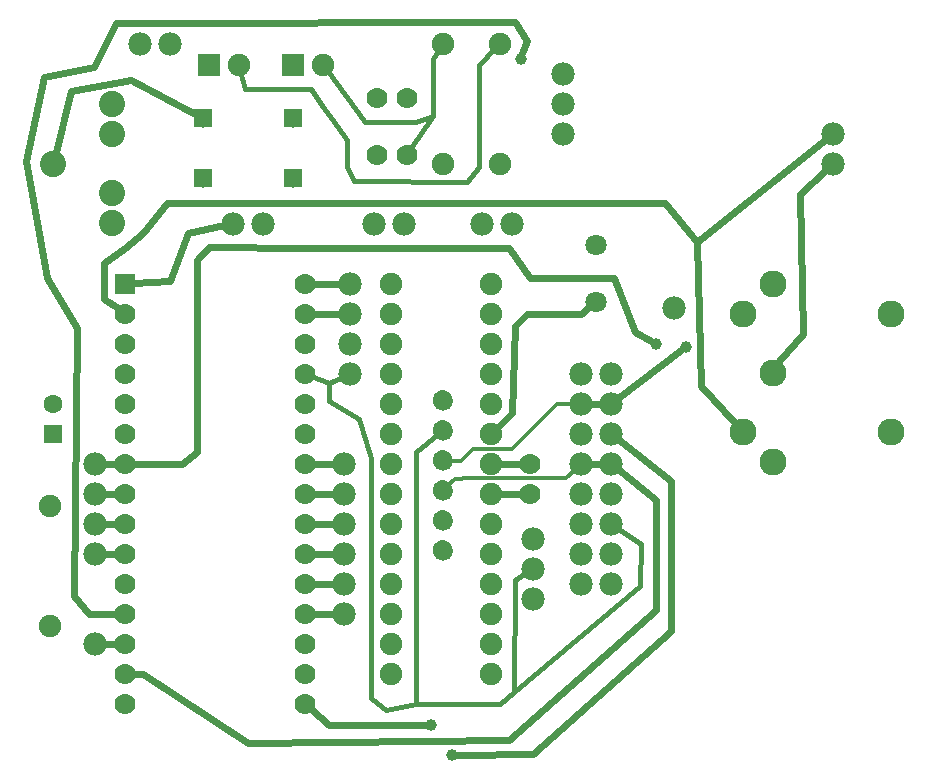
<source format=gtl>
G04 MADE WITH FRITZING*
G04 WWW.FRITZING.ORG*
G04 DOUBLE SIDED*
G04 HOLES PLATED*
G04 CONTOUR ON CENTER OF CONTOUR VECTOR*
%ASAXBY*%
%FSLAX23Y23*%
%MOIN*%
%OFA0B0*%
%SFA1.0B1.0*%
%ADD10C,0.065972*%
%ADD11C,0.075000*%
%ADD12C,0.039370*%
%ADD13C,0.078000*%
%ADD14C,0.070000*%
%ADD15C,0.062992*%
%ADD16C,0.090000*%
%ADD17C,0.059370*%
%ADD18C,0.087695*%
%ADD19C,0.087722*%
%ADD20C,0.070925*%
%ADD21C,0.070866*%
%ADD22R,0.062992X0.062992*%
%ADD23R,0.075000X0.075000*%
%ADD24R,0.069972X0.070000*%
%ADD25C,0.024000*%
%ADD26C,0.012000*%
%ADD27C,0.016000*%
%ADD28R,0.001000X0.001000*%
%LNCOPPER1*%
G90*
G70*
G54D10*
X1484Y792D03*
X1484Y892D03*
X1484Y992D03*
X1484Y1092D03*
X1484Y1192D03*
X1484Y1292D03*
X1484Y792D03*
X1484Y892D03*
X1484Y992D03*
X1484Y1092D03*
X1484Y1192D03*
X1484Y1292D03*
G54D11*
X1644Y382D03*
X1644Y482D03*
X1644Y582D03*
X1644Y682D03*
X1644Y782D03*
X1644Y882D03*
X1644Y982D03*
X1644Y1082D03*
X1644Y1182D03*
X1644Y1282D03*
X1644Y1382D03*
X1644Y1482D03*
X1644Y1582D03*
X1312Y1682D03*
X1312Y1582D03*
X1312Y1482D03*
X1312Y1382D03*
X1312Y1282D03*
X1312Y1182D03*
X1312Y1082D03*
X1312Y982D03*
X1312Y882D03*
X1312Y782D03*
X1312Y682D03*
X1312Y582D03*
X1312Y482D03*
X1312Y382D03*
X1644Y1682D03*
X1644Y382D03*
X1644Y482D03*
X1644Y582D03*
X1644Y682D03*
X1644Y782D03*
X1644Y882D03*
X1644Y982D03*
X1644Y1082D03*
X1644Y1182D03*
X1644Y1282D03*
X1644Y1382D03*
X1644Y1482D03*
X1644Y1582D03*
X1312Y1682D03*
X1312Y1582D03*
X1312Y1482D03*
X1312Y1382D03*
X1312Y1282D03*
X1312Y1182D03*
X1312Y1082D03*
X1312Y982D03*
X1312Y882D03*
X1312Y782D03*
X1312Y682D03*
X1312Y582D03*
X1312Y482D03*
X1312Y382D03*
X1644Y1682D03*
G54D12*
X2194Y1482D03*
X1514Y112D03*
X1444Y212D03*
X1744Y2432D03*
X2294Y1472D03*
G54D13*
X1714Y1882D03*
X1614Y1882D03*
X1354Y1882D03*
X1254Y1882D03*
X884Y1882D03*
X784Y1882D03*
X1154Y1082D03*
X1154Y982D03*
X1154Y882D03*
X1154Y782D03*
X1154Y682D03*
X1154Y582D03*
X324Y1082D03*
X324Y982D03*
X324Y882D03*
X324Y782D03*
X1174Y1682D03*
X1174Y1582D03*
X1174Y1482D03*
X1174Y1382D03*
G54D14*
X1774Y1082D03*
X1774Y982D03*
G54D15*
X184Y1182D03*
X184Y1280D03*
G54D11*
X174Y942D03*
X174Y542D03*
G54D13*
X1884Y2382D03*
X1884Y2282D03*
X1884Y2182D03*
X2254Y1602D03*
X1784Y632D03*
X1784Y732D03*
X1784Y832D03*
X324Y482D03*
X475Y2482D03*
X575Y2482D03*
X2784Y2082D03*
X2784Y2182D03*
X1944Y1382D03*
X1944Y1282D03*
X1944Y1182D03*
X1944Y1082D03*
X1944Y982D03*
X1944Y882D03*
X1944Y782D03*
X1944Y682D03*
X2044Y682D03*
X2044Y782D03*
X2044Y882D03*
X2044Y982D03*
X2044Y1082D03*
X2044Y1182D03*
X2044Y1282D03*
X2044Y1382D03*
G54D16*
X2584Y1385D03*
X2584Y1679D03*
X2584Y1088D03*
X2485Y1188D03*
X2484Y1582D03*
X2977Y1188D03*
X2977Y1582D03*
X2584Y1385D03*
X2584Y1679D03*
X2584Y1088D03*
X2485Y1188D03*
X2484Y1582D03*
X2977Y1188D03*
X2977Y1582D03*
G54D14*
X1264Y2112D03*
X1364Y2112D03*
X1264Y2302D03*
X1364Y2302D03*
G54D17*
X684Y2232D03*
X984Y2232D03*
X684Y2032D03*
X984Y2032D03*
X684Y2232D03*
X984Y2232D03*
X684Y2032D03*
X984Y2032D03*
G54D18*
X184Y2082D03*
G54D19*
X381Y2279D03*
X381Y2180D03*
G54D18*
X381Y1984D03*
G54D19*
X381Y1885D03*
G54D11*
X1484Y2482D03*
X1484Y2082D03*
X1674Y2482D03*
X1674Y2082D03*
X984Y2412D03*
X1084Y2412D03*
X704Y2412D03*
X804Y2412D03*
G54D14*
X424Y1682D03*
X424Y1582D03*
X424Y1482D03*
X424Y1382D03*
X424Y1282D03*
X424Y1182D03*
X424Y1082D03*
X424Y982D03*
X424Y882D03*
X424Y782D03*
X424Y682D03*
X424Y582D03*
X424Y482D03*
X424Y382D03*
X424Y282D03*
X1024Y1682D03*
X1024Y1582D03*
X1024Y1482D03*
X1024Y1382D03*
X1024Y1282D03*
X1024Y1182D03*
X1024Y1082D03*
X1024Y982D03*
X1024Y882D03*
X1024Y782D03*
X1024Y682D03*
X1024Y582D03*
X1024Y482D03*
X1024Y382D03*
X1024Y282D03*
G54D20*
X1994Y1812D03*
G54D21*
X1994Y1619D03*
G54D22*
X184Y1182D03*
G54D23*
X984Y2412D03*
X704Y2412D03*
G54D24*
X424Y1682D03*
G54D25*
X1054Y882D02*
X1124Y882D01*
D02*
X1054Y982D02*
X1124Y982D01*
D02*
X1054Y1082D02*
X1124Y1082D01*
D02*
X395Y1082D02*
X355Y1082D01*
D02*
X1054Y582D02*
X1124Y582D01*
D02*
X1054Y682D02*
X1124Y682D01*
D02*
X1054Y782D02*
X1124Y782D01*
D02*
X395Y482D02*
X355Y482D01*
D02*
X424Y1802D02*
X485Y1852D01*
D02*
X355Y1752D02*
X424Y1802D01*
D02*
X355Y1632D02*
X355Y1752D01*
D02*
X401Y1599D02*
X355Y1632D01*
D02*
X395Y782D02*
X355Y782D01*
D02*
X395Y882D02*
X355Y882D01*
D02*
X395Y982D02*
X355Y982D01*
G54D26*
D02*
X1585Y1132D02*
X1544Y1092D01*
D02*
X1865Y1282D02*
X1714Y1132D01*
D02*
X1544Y1092D02*
X1506Y1092D01*
D02*
X1714Y1132D02*
X1585Y1132D01*
G54D25*
D02*
X2014Y1082D02*
X1975Y1082D01*
G54D26*
D02*
X1927Y1065D02*
X1895Y1033D01*
D02*
X1920Y1282D02*
X1865Y1282D01*
D02*
X1895Y1033D02*
X1825Y1033D01*
D02*
X1825Y1033D02*
X1575Y1033D01*
D02*
X1524Y1032D02*
X1499Y1007D01*
D02*
X1575Y1033D02*
X1524Y1032D01*
G54D25*
D02*
X1975Y1282D02*
X2014Y1282D01*
G54D27*
D02*
X1472Y2463D02*
X1452Y2432D01*
D02*
X1452Y2240D02*
X1376Y2129D01*
D02*
X1452Y2432D02*
X1452Y2240D01*
D02*
X1098Y2394D02*
X1225Y2221D01*
D02*
X1394Y2221D02*
X1452Y2240D01*
D02*
X1225Y2221D02*
X1394Y2221D01*
D02*
X1604Y2072D02*
X1564Y2021D01*
D02*
X1604Y2412D02*
X1604Y2072D01*
D02*
X1658Y2466D02*
X1604Y2412D01*
D02*
X1045Y2331D02*
X825Y2331D01*
D02*
X825Y2331D02*
X810Y2390D01*
D02*
X1084Y2272D02*
X1045Y2331D01*
D02*
X1114Y2231D02*
X1084Y2272D01*
D02*
X1164Y2162D02*
X1114Y2231D01*
D02*
X1164Y2072D02*
X1164Y2162D01*
D02*
X1188Y2024D02*
X1164Y2072D01*
D02*
X1564Y2021D02*
X1188Y2024D01*
G54D25*
D02*
X1764Y1582D02*
X1724Y1542D01*
D02*
X1724Y1542D02*
X1715Y1252D01*
D02*
X1945Y1582D02*
X1764Y1582D01*
D02*
X1715Y1252D02*
X1664Y1202D01*
D02*
X1973Y1603D02*
X1945Y1582D01*
G54D27*
D02*
X1245Y302D02*
X1294Y262D01*
D02*
X1394Y282D02*
X1676Y281D01*
D02*
X1294Y262D02*
X1394Y282D01*
D02*
X1245Y1102D02*
X1245Y302D01*
D02*
X1676Y281D02*
X1723Y321D01*
D02*
X1723Y321D02*
X2143Y673D01*
D02*
X1205Y1232D02*
X1245Y1102D01*
D02*
X1104Y1352D02*
X1104Y1292D01*
D02*
X1104Y1292D02*
X1205Y1232D01*
D02*
X2144Y813D02*
X2065Y868D01*
D02*
X2143Y673D02*
X2144Y813D01*
D02*
X1394Y1122D02*
X1468Y1179D01*
D02*
X1394Y282D02*
X1394Y1122D01*
D02*
X1725Y693D02*
X1764Y719D01*
G54D25*
D02*
X665Y1762D02*
X705Y1803D01*
D02*
X664Y1352D02*
X665Y1762D01*
D02*
X705Y1803D02*
X1024Y1802D01*
G54D27*
D02*
X1723Y321D02*
X1725Y693D01*
G54D25*
D02*
X1024Y1802D02*
X1704Y1802D01*
D02*
X664Y1122D02*
X664Y1352D01*
D02*
X614Y1082D02*
X664Y1122D01*
D02*
X454Y1082D02*
X614Y1082D01*
D02*
X2125Y1521D02*
X2178Y1491D01*
D02*
X2054Y1702D02*
X2125Y1521D01*
D02*
X1774Y1702D02*
X2054Y1702D01*
D02*
X1704Y1802D02*
X1774Y1702D01*
D02*
X194Y2119D02*
X245Y2323D01*
D02*
X634Y1851D02*
X575Y1692D01*
D02*
X575Y1692D02*
X453Y1684D01*
D02*
X755Y1876D02*
X634Y1851D01*
D02*
X444Y2360D02*
X657Y2247D01*
D02*
X245Y2323D02*
X444Y2360D01*
D02*
X2068Y1163D02*
X2245Y1023D01*
D02*
X2245Y523D02*
X1785Y113D01*
D02*
X2245Y1023D02*
X2245Y523D01*
D02*
X1785Y113D02*
X1533Y112D01*
D02*
X1105Y212D02*
X1046Y263D01*
D02*
X1425Y212D02*
X1105Y212D01*
D02*
X165Y1701D02*
X94Y2092D01*
D02*
X264Y1533D02*
X165Y1701D01*
D02*
X255Y642D02*
X264Y1533D01*
D02*
X305Y582D02*
X255Y642D01*
D02*
X405Y581D02*
X305Y582D01*
D02*
X395Y580D02*
X405Y581D01*
D02*
X94Y2092D02*
X154Y2372D01*
D02*
X154Y2372D02*
X323Y2403D01*
D02*
X1725Y2553D02*
X1764Y2492D01*
D02*
X1764Y2492D02*
X1750Y2450D01*
D02*
X396Y2552D02*
X1725Y2553D01*
D02*
X323Y2403D02*
X396Y2552D01*
D02*
X2761Y2163D02*
X2333Y1822D01*
D02*
X2345Y1342D02*
X2459Y1217D01*
D02*
X2333Y1822D02*
X2345Y1342D01*
D02*
X485Y1852D02*
X564Y1952D01*
D02*
X2224Y1952D02*
X2333Y1822D01*
D02*
X564Y1952D02*
X2224Y1952D01*
D02*
X2279Y1461D02*
X2068Y1300D01*
G54D27*
D02*
X1046Y1374D02*
X1104Y1352D01*
D02*
X1104Y1352D02*
X1152Y1372D01*
G54D25*
D02*
X1054Y1582D02*
X1144Y1582D01*
D02*
X1054Y1682D02*
X1144Y1682D01*
D02*
X1748Y982D02*
X1673Y982D01*
D02*
X1748Y1082D02*
X1673Y1082D01*
D02*
X2684Y1513D02*
X2604Y1424D01*
D02*
X2674Y1982D02*
X2684Y1513D01*
D02*
X2762Y2062D02*
X2674Y1982D01*
D02*
X484Y382D02*
X835Y151D01*
D02*
X454Y382D02*
X484Y382D01*
D02*
X2604Y1424D02*
X2602Y1419D01*
D02*
X2194Y593D02*
X2194Y961D01*
D02*
X1704Y161D02*
X2194Y593D01*
D02*
X835Y151D02*
X1704Y161D01*
D02*
X2194Y961D02*
X2068Y1063D01*
G54D28*
X655Y2262D02*
X713Y2262D01*
X955Y2262D02*
X1013Y2262D01*
X655Y2261D02*
X713Y2261D01*
X955Y2261D02*
X1013Y2261D01*
X655Y2260D02*
X713Y2260D01*
X955Y2260D02*
X1013Y2260D01*
X655Y2259D02*
X713Y2259D01*
X955Y2259D02*
X1013Y2259D01*
X655Y2258D02*
X713Y2258D01*
X955Y2258D02*
X1013Y2258D01*
X655Y2257D02*
X713Y2257D01*
X955Y2257D02*
X1013Y2257D01*
X655Y2256D02*
X713Y2256D01*
X955Y2256D02*
X1013Y2256D01*
X655Y2255D02*
X713Y2255D01*
X955Y2255D02*
X1013Y2255D01*
X655Y2254D02*
X713Y2254D01*
X955Y2254D02*
X1013Y2254D01*
X655Y2253D02*
X713Y2253D01*
X955Y2253D02*
X1013Y2253D01*
X655Y2252D02*
X679Y2252D01*
X689Y2252D02*
X713Y2252D01*
X955Y2252D02*
X979Y2252D01*
X989Y2252D02*
X1013Y2252D01*
X655Y2251D02*
X676Y2251D01*
X692Y2251D02*
X713Y2251D01*
X955Y2251D02*
X976Y2251D01*
X992Y2251D02*
X1013Y2251D01*
X655Y2250D02*
X674Y2250D01*
X694Y2250D02*
X713Y2250D01*
X955Y2250D02*
X974Y2250D01*
X994Y2250D02*
X1013Y2250D01*
X655Y2249D02*
X672Y2249D01*
X695Y2249D02*
X713Y2249D01*
X955Y2249D02*
X972Y2249D01*
X995Y2249D02*
X1013Y2249D01*
X655Y2248D02*
X671Y2248D01*
X697Y2248D02*
X713Y2248D01*
X955Y2248D02*
X971Y2248D01*
X997Y2248D02*
X1013Y2248D01*
X655Y2247D02*
X670Y2247D01*
X698Y2247D02*
X713Y2247D01*
X955Y2247D02*
X970Y2247D01*
X998Y2247D02*
X1013Y2247D01*
X655Y2246D02*
X669Y2246D01*
X699Y2246D02*
X713Y2246D01*
X955Y2246D02*
X969Y2246D01*
X999Y2246D02*
X1013Y2246D01*
X655Y2245D02*
X668Y2245D01*
X700Y2245D02*
X713Y2245D01*
X955Y2245D02*
X968Y2245D01*
X1000Y2245D02*
X1013Y2245D01*
X655Y2244D02*
X667Y2244D01*
X700Y2244D02*
X713Y2244D01*
X955Y2244D02*
X967Y2244D01*
X1000Y2244D02*
X1013Y2244D01*
X655Y2243D02*
X667Y2243D01*
X701Y2243D02*
X713Y2243D01*
X955Y2243D02*
X966Y2243D01*
X1001Y2243D02*
X1013Y2243D01*
X655Y2242D02*
X666Y2242D01*
X702Y2242D02*
X713Y2242D01*
X955Y2242D02*
X966Y2242D01*
X1002Y2242D02*
X1013Y2242D01*
X655Y2241D02*
X665Y2241D01*
X702Y2241D02*
X713Y2241D01*
X955Y2241D02*
X965Y2241D01*
X1002Y2241D02*
X1013Y2241D01*
X655Y2240D02*
X665Y2240D01*
X703Y2240D02*
X713Y2240D01*
X955Y2240D02*
X965Y2240D01*
X1003Y2240D02*
X1013Y2240D01*
X655Y2239D02*
X665Y2239D01*
X703Y2239D02*
X713Y2239D01*
X955Y2239D02*
X965Y2239D01*
X1003Y2239D02*
X1013Y2239D01*
X655Y2238D02*
X664Y2238D01*
X703Y2238D02*
X713Y2238D01*
X955Y2238D02*
X964Y2238D01*
X1003Y2238D02*
X1013Y2238D01*
X655Y2237D02*
X664Y2237D01*
X703Y2237D02*
X713Y2237D01*
X955Y2237D02*
X964Y2237D01*
X1003Y2237D02*
X1013Y2237D01*
X655Y2236D02*
X664Y2236D01*
X704Y2236D02*
X713Y2236D01*
X955Y2236D02*
X964Y2236D01*
X1004Y2236D02*
X1013Y2236D01*
X655Y2235D02*
X664Y2235D01*
X704Y2235D02*
X713Y2235D01*
X955Y2235D02*
X964Y2235D01*
X1004Y2235D02*
X1013Y2235D01*
X655Y2234D02*
X664Y2234D01*
X704Y2234D02*
X713Y2234D01*
X955Y2234D02*
X964Y2234D01*
X1004Y2234D02*
X1013Y2234D01*
X655Y2233D02*
X664Y2233D01*
X704Y2233D02*
X713Y2233D01*
X955Y2233D02*
X964Y2233D01*
X1004Y2233D02*
X1013Y2233D01*
X655Y2232D02*
X664Y2232D01*
X704Y2232D02*
X713Y2232D01*
X955Y2232D02*
X964Y2232D01*
X1004Y2232D02*
X1013Y2232D01*
X655Y2231D02*
X664Y2231D01*
X704Y2231D02*
X713Y2231D01*
X955Y2231D02*
X964Y2231D01*
X1004Y2231D02*
X1013Y2231D01*
X655Y2230D02*
X664Y2230D01*
X704Y2230D02*
X713Y2230D01*
X955Y2230D02*
X964Y2230D01*
X1004Y2230D02*
X1013Y2230D01*
X655Y2229D02*
X664Y2229D01*
X704Y2229D02*
X713Y2229D01*
X955Y2229D02*
X964Y2229D01*
X1003Y2229D02*
X1013Y2229D01*
X655Y2228D02*
X664Y2228D01*
X703Y2228D02*
X713Y2228D01*
X955Y2228D02*
X964Y2228D01*
X1003Y2228D02*
X1013Y2228D01*
X655Y2227D02*
X665Y2227D01*
X703Y2227D02*
X713Y2227D01*
X955Y2227D02*
X965Y2227D01*
X1003Y2227D02*
X1013Y2227D01*
X655Y2226D02*
X665Y2226D01*
X703Y2226D02*
X713Y2226D01*
X955Y2226D02*
X965Y2226D01*
X1003Y2226D02*
X1013Y2226D01*
X655Y2225D02*
X665Y2225D01*
X702Y2225D02*
X713Y2225D01*
X955Y2225D02*
X965Y2225D01*
X1002Y2225D02*
X1013Y2225D01*
X655Y2224D02*
X666Y2224D01*
X702Y2224D02*
X713Y2224D01*
X955Y2224D02*
X966Y2224D01*
X1002Y2224D02*
X1013Y2224D01*
X655Y2223D02*
X666Y2223D01*
X701Y2223D02*
X713Y2223D01*
X955Y2223D02*
X966Y2223D01*
X1001Y2223D02*
X1013Y2223D01*
X655Y2222D02*
X667Y2222D01*
X701Y2222D02*
X713Y2222D01*
X955Y2222D02*
X967Y2222D01*
X1001Y2222D02*
X1013Y2222D01*
X655Y2221D02*
X668Y2221D01*
X700Y2221D02*
X713Y2221D01*
X955Y2221D02*
X968Y2221D01*
X1000Y2221D02*
X1013Y2221D01*
X655Y2220D02*
X668Y2220D01*
X699Y2220D02*
X713Y2220D01*
X955Y2220D02*
X968Y2220D01*
X999Y2220D02*
X1013Y2220D01*
X655Y2219D02*
X669Y2219D01*
X698Y2219D02*
X713Y2219D01*
X955Y2219D02*
X969Y2219D01*
X998Y2219D02*
X1013Y2219D01*
X655Y2218D02*
X670Y2218D01*
X697Y2218D02*
X713Y2218D01*
X955Y2218D02*
X970Y2218D01*
X997Y2218D02*
X1013Y2218D01*
X655Y2217D02*
X672Y2217D01*
X696Y2217D02*
X713Y2217D01*
X955Y2217D02*
X972Y2217D01*
X996Y2217D02*
X1013Y2217D01*
X655Y2216D02*
X673Y2216D01*
X694Y2216D02*
X713Y2216D01*
X955Y2216D02*
X973Y2216D01*
X994Y2216D02*
X1013Y2216D01*
X655Y2215D02*
X675Y2215D01*
X693Y2215D02*
X713Y2215D01*
X955Y2215D02*
X975Y2215D01*
X992Y2215D02*
X1013Y2215D01*
X655Y2214D02*
X678Y2214D01*
X690Y2214D02*
X713Y2214D01*
X955Y2214D02*
X978Y2214D01*
X990Y2214D02*
X1013Y2214D01*
X655Y2213D02*
X713Y2213D01*
X955Y2213D02*
X1013Y2213D01*
X655Y2212D02*
X713Y2212D01*
X955Y2212D02*
X1013Y2212D01*
X655Y2211D02*
X713Y2211D01*
X955Y2211D02*
X1013Y2211D01*
X655Y2210D02*
X713Y2210D01*
X955Y2210D02*
X1013Y2210D01*
X655Y2209D02*
X713Y2209D01*
X955Y2209D02*
X1013Y2209D01*
X655Y2208D02*
X713Y2208D01*
X955Y2208D02*
X1013Y2208D01*
X655Y2207D02*
X713Y2207D01*
X955Y2207D02*
X1013Y2207D01*
X655Y2206D02*
X713Y2206D01*
X955Y2206D02*
X1013Y2206D01*
X655Y2205D02*
X713Y2205D01*
X955Y2205D02*
X1013Y2205D01*
X655Y2204D02*
X713Y2204D01*
X955Y2204D02*
X1013Y2204D01*
X655Y2062D02*
X713Y2062D01*
X955Y2062D02*
X1013Y2062D01*
X655Y2061D02*
X713Y2061D01*
X955Y2061D02*
X1013Y2061D01*
X655Y2060D02*
X713Y2060D01*
X955Y2060D02*
X1013Y2060D01*
X655Y2059D02*
X713Y2059D01*
X955Y2059D02*
X1013Y2059D01*
X655Y2058D02*
X713Y2058D01*
X955Y2058D02*
X1013Y2058D01*
X655Y2057D02*
X713Y2057D01*
X955Y2057D02*
X1013Y2057D01*
X655Y2056D02*
X713Y2056D01*
X955Y2056D02*
X1013Y2056D01*
X655Y2055D02*
X713Y2055D01*
X955Y2055D02*
X1013Y2055D01*
X655Y2054D02*
X713Y2054D01*
X955Y2054D02*
X1013Y2054D01*
X655Y2053D02*
X713Y2053D01*
X955Y2053D02*
X1013Y2053D01*
X655Y2052D02*
X679Y2052D01*
X689Y2052D02*
X713Y2052D01*
X955Y2052D02*
X979Y2052D01*
X989Y2052D02*
X1013Y2052D01*
X655Y2051D02*
X676Y2051D01*
X692Y2051D02*
X713Y2051D01*
X955Y2051D02*
X976Y2051D01*
X992Y2051D02*
X1013Y2051D01*
X655Y2050D02*
X674Y2050D01*
X694Y2050D02*
X713Y2050D01*
X955Y2050D02*
X974Y2050D01*
X994Y2050D02*
X1013Y2050D01*
X655Y2049D02*
X672Y2049D01*
X696Y2049D02*
X713Y2049D01*
X955Y2049D02*
X972Y2049D01*
X995Y2049D02*
X1013Y2049D01*
X655Y2048D02*
X671Y2048D01*
X697Y2048D02*
X713Y2048D01*
X955Y2048D02*
X971Y2048D01*
X997Y2048D02*
X1013Y2048D01*
X655Y2047D02*
X670Y2047D01*
X698Y2047D02*
X713Y2047D01*
X955Y2047D02*
X970Y2047D01*
X998Y2047D02*
X1013Y2047D01*
X655Y2046D02*
X669Y2046D01*
X699Y2046D02*
X713Y2046D01*
X955Y2046D02*
X969Y2046D01*
X999Y2046D02*
X1013Y2046D01*
X655Y2045D02*
X668Y2045D01*
X700Y2045D02*
X713Y2045D01*
X955Y2045D02*
X968Y2045D01*
X1000Y2045D02*
X1013Y2045D01*
X655Y2044D02*
X667Y2044D01*
X700Y2044D02*
X713Y2044D01*
X955Y2044D02*
X967Y2044D01*
X1000Y2044D02*
X1013Y2044D01*
X655Y2043D02*
X666Y2043D01*
X701Y2043D02*
X713Y2043D01*
X955Y2043D02*
X966Y2043D01*
X1001Y2043D02*
X1013Y2043D01*
X655Y2042D02*
X666Y2042D01*
X702Y2042D02*
X713Y2042D01*
X955Y2042D02*
X966Y2042D01*
X1002Y2042D02*
X1013Y2042D01*
X655Y2041D02*
X665Y2041D01*
X702Y2041D02*
X713Y2041D01*
X955Y2041D02*
X965Y2041D01*
X1002Y2041D02*
X1013Y2041D01*
X655Y2040D02*
X665Y2040D01*
X703Y2040D02*
X713Y2040D01*
X955Y2040D02*
X965Y2040D01*
X1003Y2040D02*
X1013Y2040D01*
X655Y2039D02*
X665Y2039D01*
X703Y2039D02*
X713Y2039D01*
X955Y2039D02*
X965Y2039D01*
X1003Y2039D02*
X1013Y2039D01*
X655Y2038D02*
X664Y2038D01*
X703Y2038D02*
X713Y2038D01*
X955Y2038D02*
X964Y2038D01*
X1003Y2038D02*
X1013Y2038D01*
X655Y2037D02*
X664Y2037D01*
X703Y2037D02*
X713Y2037D01*
X955Y2037D02*
X964Y2037D01*
X1003Y2037D02*
X1013Y2037D01*
X655Y2036D02*
X664Y2036D01*
X704Y2036D02*
X713Y2036D01*
X955Y2036D02*
X964Y2036D01*
X1004Y2036D02*
X1013Y2036D01*
X655Y2035D02*
X664Y2035D01*
X704Y2035D02*
X713Y2035D01*
X955Y2035D02*
X964Y2035D01*
X1004Y2035D02*
X1013Y2035D01*
X655Y2034D02*
X664Y2034D01*
X704Y2034D02*
X713Y2034D01*
X955Y2034D02*
X964Y2034D01*
X1004Y2034D02*
X1013Y2034D01*
X655Y2033D02*
X664Y2033D01*
X704Y2033D02*
X713Y2033D01*
X955Y2033D02*
X964Y2033D01*
X1004Y2033D02*
X1013Y2033D01*
X655Y2032D02*
X664Y2032D01*
X704Y2032D02*
X713Y2032D01*
X955Y2032D02*
X964Y2032D01*
X1004Y2032D02*
X1013Y2032D01*
X655Y2031D02*
X664Y2031D01*
X704Y2031D02*
X713Y2031D01*
X955Y2031D02*
X964Y2031D01*
X1004Y2031D02*
X1013Y2031D01*
X655Y2030D02*
X664Y2030D01*
X704Y2030D02*
X713Y2030D01*
X955Y2030D02*
X964Y2030D01*
X1004Y2030D02*
X1013Y2030D01*
X655Y2029D02*
X664Y2029D01*
X704Y2029D02*
X713Y2029D01*
X955Y2029D02*
X964Y2029D01*
X1003Y2029D02*
X1013Y2029D01*
X655Y2028D02*
X664Y2028D01*
X703Y2028D02*
X713Y2028D01*
X955Y2028D02*
X964Y2028D01*
X1003Y2028D02*
X1013Y2028D01*
X655Y2027D02*
X665Y2027D01*
X703Y2027D02*
X713Y2027D01*
X955Y2027D02*
X965Y2027D01*
X1003Y2027D02*
X1013Y2027D01*
X655Y2026D02*
X665Y2026D01*
X703Y2026D02*
X713Y2026D01*
X955Y2026D02*
X965Y2026D01*
X1003Y2026D02*
X1013Y2026D01*
X655Y2025D02*
X665Y2025D01*
X702Y2025D02*
X713Y2025D01*
X955Y2025D02*
X965Y2025D01*
X1002Y2025D02*
X1013Y2025D01*
X655Y2024D02*
X666Y2024D01*
X702Y2024D02*
X713Y2024D01*
X955Y2024D02*
X966Y2024D01*
X1002Y2024D02*
X1013Y2024D01*
X655Y2023D02*
X666Y2023D01*
X701Y2023D02*
X713Y2023D01*
X955Y2023D02*
X966Y2023D01*
X1001Y2023D02*
X1013Y2023D01*
X655Y2022D02*
X667Y2022D01*
X701Y2022D02*
X713Y2022D01*
X955Y2022D02*
X967Y2022D01*
X1001Y2022D02*
X1013Y2022D01*
X655Y2021D02*
X668Y2021D01*
X700Y2021D02*
X713Y2021D01*
X955Y2021D02*
X968Y2021D01*
X1000Y2021D02*
X1013Y2021D01*
X655Y2020D02*
X669Y2020D01*
X699Y2020D02*
X713Y2020D01*
X955Y2020D02*
X968Y2020D01*
X999Y2020D02*
X1013Y2020D01*
X655Y2019D02*
X669Y2019D01*
X698Y2019D02*
X713Y2019D01*
X955Y2019D02*
X969Y2019D01*
X998Y2019D02*
X1013Y2019D01*
X655Y2018D02*
X671Y2018D01*
X697Y2018D02*
X713Y2018D01*
X955Y2018D02*
X970Y2018D01*
X997Y2018D02*
X1013Y2018D01*
X655Y2017D02*
X672Y2017D01*
X696Y2017D02*
X713Y2017D01*
X955Y2017D02*
X972Y2017D01*
X996Y2017D02*
X1013Y2017D01*
X655Y2016D02*
X673Y2016D01*
X694Y2016D02*
X713Y2016D01*
X955Y2016D02*
X973Y2016D01*
X994Y2016D02*
X1013Y2016D01*
X655Y2015D02*
X675Y2015D01*
X692Y2015D02*
X713Y2015D01*
X955Y2015D02*
X975Y2015D01*
X992Y2015D02*
X1013Y2015D01*
X655Y2014D02*
X678Y2014D01*
X689Y2014D02*
X713Y2014D01*
X955Y2014D02*
X978Y2014D01*
X989Y2014D02*
X1013Y2014D01*
X655Y2013D02*
X713Y2013D01*
X955Y2013D02*
X1013Y2013D01*
X655Y2012D02*
X713Y2012D01*
X955Y2012D02*
X1013Y2012D01*
X655Y2011D02*
X713Y2011D01*
X955Y2011D02*
X1013Y2011D01*
X655Y2010D02*
X713Y2010D01*
X955Y2010D02*
X1013Y2010D01*
X655Y2009D02*
X713Y2009D01*
X955Y2009D02*
X1013Y2009D01*
X655Y2008D02*
X713Y2008D01*
X955Y2008D02*
X1013Y2008D01*
X655Y2007D02*
X713Y2007D01*
X955Y2007D02*
X1013Y2007D01*
X655Y2006D02*
X713Y2006D01*
X955Y2006D02*
X1013Y2006D01*
X655Y2005D02*
X713Y2005D01*
X955Y2005D02*
X1013Y2005D01*
X655Y2004D02*
X713Y2004D01*
X955Y2004D02*
X1013Y2004D01*
X1482Y1326D02*
X1485Y1326D01*
X1476Y1325D02*
X1491Y1325D01*
X1473Y1324D02*
X1494Y1324D01*
X1471Y1323D02*
X1497Y1323D01*
X1468Y1322D02*
X1499Y1322D01*
X1467Y1321D02*
X1500Y1321D01*
X1465Y1320D02*
X1502Y1320D01*
X1464Y1319D02*
X1503Y1319D01*
X1463Y1318D02*
X1505Y1318D01*
X1461Y1317D02*
X1506Y1317D01*
X1460Y1316D02*
X1507Y1316D01*
X1459Y1315D02*
X1508Y1315D01*
X1459Y1314D02*
X1509Y1314D01*
X1458Y1313D02*
X1509Y1313D01*
X1457Y1312D02*
X1510Y1312D01*
X1457Y1311D02*
X1511Y1311D01*
X1456Y1310D02*
X1511Y1310D01*
X1455Y1309D02*
X1512Y1309D01*
X1455Y1308D02*
X1478Y1308D01*
X1489Y1308D02*
X1512Y1308D01*
X1454Y1307D02*
X1476Y1307D01*
X1491Y1307D02*
X1513Y1307D01*
X1454Y1306D02*
X1474Y1306D01*
X1493Y1306D02*
X1513Y1306D01*
X1454Y1305D02*
X1473Y1305D01*
X1494Y1305D02*
X1514Y1305D01*
X1453Y1304D02*
X1472Y1304D01*
X1495Y1304D02*
X1514Y1304D01*
X1453Y1303D02*
X1471Y1303D01*
X1496Y1303D02*
X1514Y1303D01*
X1453Y1302D02*
X1470Y1302D01*
X1497Y1302D02*
X1515Y1302D01*
X1452Y1301D02*
X1470Y1301D01*
X1498Y1301D02*
X1515Y1301D01*
X1452Y1300D02*
X1469Y1300D01*
X1498Y1300D02*
X1515Y1300D01*
X1452Y1299D02*
X1468Y1299D01*
X1499Y1299D02*
X1515Y1299D01*
X1452Y1298D02*
X1468Y1298D01*
X1499Y1298D02*
X1516Y1298D01*
X1451Y1297D02*
X1468Y1297D01*
X1499Y1297D02*
X1516Y1297D01*
X1451Y1296D02*
X1468Y1296D01*
X1500Y1296D02*
X1516Y1296D01*
X1451Y1295D02*
X1468Y1295D01*
X1500Y1295D02*
X1516Y1295D01*
X1451Y1294D02*
X1468Y1294D01*
X1500Y1294D02*
X1516Y1294D01*
X1451Y1293D02*
X1468Y1293D01*
X1500Y1293D02*
X1516Y1293D01*
X1451Y1292D02*
X1468Y1292D01*
X1500Y1292D02*
X1516Y1292D01*
X1451Y1291D02*
X1468Y1291D01*
X1500Y1291D02*
X1516Y1291D01*
X1451Y1290D02*
X1468Y1290D01*
X1499Y1290D02*
X1516Y1290D01*
X1451Y1289D02*
X1468Y1289D01*
X1499Y1289D02*
X1516Y1289D01*
X1452Y1288D02*
X1468Y1288D01*
X1499Y1288D02*
X1516Y1288D01*
X1452Y1287D02*
X1469Y1287D01*
X1499Y1287D02*
X1515Y1287D01*
X1452Y1286D02*
X1469Y1286D01*
X1498Y1286D02*
X1515Y1286D01*
X1452Y1285D02*
X1470Y1285D01*
X1498Y1285D02*
X1515Y1285D01*
X1453Y1284D02*
X1470Y1284D01*
X1497Y1284D02*
X1515Y1284D01*
X1453Y1283D02*
X1471Y1283D01*
X1496Y1283D02*
X1514Y1283D01*
X1453Y1282D02*
X1472Y1282D01*
X1495Y1282D02*
X1514Y1282D01*
X1454Y1281D02*
X1473Y1281D01*
X1494Y1281D02*
X1514Y1281D01*
X1454Y1280D02*
X1475Y1280D01*
X1493Y1280D02*
X1513Y1280D01*
X1455Y1279D02*
X1476Y1279D01*
X1491Y1279D02*
X1513Y1279D01*
X1455Y1278D02*
X1479Y1278D01*
X1488Y1278D02*
X1512Y1278D01*
X1456Y1277D02*
X1512Y1277D01*
X1456Y1276D02*
X1511Y1276D01*
X1457Y1275D02*
X1511Y1275D01*
X1457Y1274D02*
X1510Y1274D01*
X1458Y1273D02*
X1509Y1273D01*
X1459Y1272D02*
X1508Y1272D01*
X1460Y1271D02*
X1508Y1271D01*
X1461Y1270D02*
X1507Y1270D01*
X1462Y1269D02*
X1506Y1269D01*
X1463Y1268D02*
X1504Y1268D01*
X1464Y1267D02*
X1503Y1267D01*
X1466Y1266D02*
X1502Y1266D01*
X1467Y1265D02*
X1500Y1265D01*
X1469Y1264D02*
X1498Y1264D01*
X1471Y1263D02*
X1496Y1263D01*
X1474Y1262D02*
X1493Y1262D01*
X1477Y1261D02*
X1490Y1261D01*
X1481Y1226D02*
X1486Y1226D01*
X1476Y1225D02*
X1491Y1225D01*
X1473Y1224D02*
X1494Y1224D01*
X1471Y1223D02*
X1497Y1223D01*
X1468Y1222D02*
X1499Y1222D01*
X1467Y1221D02*
X1501Y1221D01*
X1465Y1220D02*
X1502Y1220D01*
X1464Y1219D02*
X1504Y1219D01*
X1462Y1218D02*
X1505Y1218D01*
X1461Y1217D02*
X1506Y1217D01*
X1460Y1216D02*
X1507Y1216D01*
X1459Y1215D02*
X1508Y1215D01*
X1459Y1214D02*
X1509Y1214D01*
X1458Y1213D02*
X1509Y1213D01*
X1457Y1212D02*
X1510Y1212D01*
X1457Y1211D02*
X1511Y1211D01*
X1456Y1210D02*
X1511Y1210D01*
X1455Y1209D02*
X1512Y1209D01*
X1455Y1208D02*
X1478Y1208D01*
X1489Y1208D02*
X1512Y1208D01*
X1454Y1207D02*
X1476Y1207D01*
X1492Y1207D02*
X1513Y1207D01*
X1454Y1206D02*
X1474Y1206D01*
X1493Y1206D02*
X1513Y1206D01*
X1454Y1205D02*
X1473Y1205D01*
X1494Y1205D02*
X1514Y1205D01*
X1453Y1204D02*
X1472Y1204D01*
X1495Y1204D02*
X1514Y1204D01*
X1453Y1203D02*
X1471Y1203D01*
X1496Y1203D02*
X1514Y1203D01*
X1453Y1202D02*
X1470Y1202D01*
X1497Y1202D02*
X1515Y1202D01*
X1452Y1201D02*
X1470Y1201D01*
X1498Y1201D02*
X1515Y1201D01*
X1452Y1200D02*
X1469Y1200D01*
X1498Y1200D02*
X1515Y1200D01*
X1452Y1199D02*
X1468Y1199D01*
X1499Y1199D02*
X1515Y1199D01*
X1452Y1198D02*
X1468Y1198D01*
X1499Y1198D02*
X1516Y1198D01*
X1451Y1197D02*
X1468Y1197D01*
X1499Y1197D02*
X1516Y1197D01*
X1451Y1196D02*
X1468Y1196D01*
X1500Y1196D02*
X1516Y1196D01*
X1451Y1195D02*
X1468Y1195D01*
X1500Y1195D02*
X1516Y1195D01*
X1451Y1194D02*
X1468Y1194D01*
X1500Y1194D02*
X1516Y1194D01*
X1451Y1193D02*
X1468Y1193D01*
X1500Y1193D02*
X1516Y1193D01*
X1451Y1192D02*
X1468Y1192D01*
X1500Y1192D02*
X1516Y1192D01*
X1451Y1191D02*
X1468Y1191D01*
X1500Y1191D02*
X1516Y1191D01*
X1451Y1190D02*
X1468Y1190D01*
X1500Y1190D02*
X1516Y1190D01*
X1451Y1189D02*
X1468Y1189D01*
X1499Y1189D02*
X1516Y1189D01*
X1452Y1188D02*
X1468Y1188D01*
X1499Y1188D02*
X1516Y1188D01*
X1452Y1187D02*
X1469Y1187D01*
X1499Y1187D02*
X1515Y1187D01*
X1452Y1186D02*
X1469Y1186D01*
X1498Y1186D02*
X1515Y1186D01*
X1452Y1185D02*
X1470Y1185D01*
X1498Y1185D02*
X1515Y1185D01*
X1453Y1184D02*
X1470Y1184D01*
X1497Y1184D02*
X1515Y1184D01*
X1453Y1183D02*
X1471Y1183D01*
X1496Y1183D02*
X1514Y1183D01*
X1453Y1182D02*
X1472Y1182D01*
X1495Y1182D02*
X1514Y1182D01*
X1454Y1181D02*
X1473Y1181D01*
X1494Y1181D02*
X1514Y1181D01*
X1454Y1180D02*
X1475Y1180D01*
X1493Y1180D02*
X1513Y1180D01*
X1455Y1179D02*
X1476Y1179D01*
X1491Y1179D02*
X1513Y1179D01*
X1455Y1178D02*
X1479Y1178D01*
X1488Y1178D02*
X1512Y1178D01*
X1456Y1177D02*
X1512Y1177D01*
X1456Y1176D02*
X1511Y1176D01*
X1457Y1175D02*
X1511Y1175D01*
X1457Y1174D02*
X1510Y1174D01*
X1458Y1173D02*
X1509Y1173D01*
X1459Y1172D02*
X1508Y1172D01*
X1460Y1171D02*
X1507Y1171D01*
X1461Y1170D02*
X1507Y1170D01*
X1462Y1169D02*
X1505Y1169D01*
X1463Y1168D02*
X1504Y1168D01*
X1464Y1167D02*
X1503Y1167D01*
X1466Y1166D02*
X1502Y1166D01*
X1467Y1165D02*
X1500Y1165D01*
X1469Y1164D02*
X1498Y1164D01*
X1471Y1163D02*
X1496Y1163D01*
X1474Y1162D02*
X1493Y1162D01*
X1477Y1161D02*
X1490Y1161D01*
X1481Y1126D02*
X1486Y1126D01*
X1476Y1125D02*
X1491Y1125D01*
X1473Y1124D02*
X1494Y1124D01*
X1470Y1123D02*
X1497Y1123D01*
X1468Y1122D02*
X1499Y1122D01*
X1467Y1121D02*
X1501Y1121D01*
X1465Y1120D02*
X1502Y1120D01*
X1464Y1119D02*
X1504Y1119D01*
X1462Y1118D02*
X1505Y1118D01*
X1461Y1117D02*
X1506Y1117D01*
X1460Y1116D02*
X1507Y1116D01*
X1459Y1115D02*
X1508Y1115D01*
X1459Y1114D02*
X1509Y1114D01*
X1458Y1113D02*
X1509Y1113D01*
X1457Y1112D02*
X1510Y1112D01*
X1457Y1111D02*
X1511Y1111D01*
X1456Y1110D02*
X1511Y1110D01*
X1455Y1109D02*
X1512Y1109D01*
X1455Y1108D02*
X1478Y1108D01*
X1489Y1108D02*
X1512Y1108D01*
X1454Y1107D02*
X1476Y1107D01*
X1492Y1107D02*
X1513Y1107D01*
X1454Y1106D02*
X1474Y1106D01*
X1493Y1106D02*
X1513Y1106D01*
X1454Y1105D02*
X1473Y1105D01*
X1494Y1105D02*
X1514Y1105D01*
X1453Y1104D02*
X1472Y1104D01*
X1495Y1104D02*
X1514Y1104D01*
X1453Y1103D02*
X1471Y1103D01*
X1496Y1103D02*
X1514Y1103D01*
X1452Y1102D02*
X1470Y1102D01*
X1497Y1102D02*
X1515Y1102D01*
X1452Y1101D02*
X1469Y1101D01*
X1498Y1101D02*
X1515Y1101D01*
X1452Y1100D02*
X1469Y1100D01*
X1498Y1100D02*
X1515Y1100D01*
X1452Y1099D02*
X1468Y1099D01*
X1499Y1099D02*
X1515Y1099D01*
X1452Y1098D02*
X1468Y1098D01*
X1499Y1098D02*
X1516Y1098D01*
X1451Y1097D02*
X1468Y1097D01*
X1499Y1097D02*
X1516Y1097D01*
X1451Y1096D02*
X1468Y1096D01*
X1500Y1096D02*
X1516Y1096D01*
X1451Y1095D02*
X1468Y1095D01*
X1500Y1095D02*
X1516Y1095D01*
X1451Y1094D02*
X1468Y1094D01*
X1500Y1094D02*
X1516Y1094D01*
X1451Y1093D02*
X1468Y1093D01*
X1500Y1093D02*
X1516Y1093D01*
X1451Y1092D02*
X1468Y1092D01*
X1500Y1092D02*
X1516Y1092D01*
X1451Y1091D02*
X1468Y1091D01*
X1500Y1091D02*
X1516Y1091D01*
X1451Y1090D02*
X1468Y1090D01*
X1499Y1090D02*
X1516Y1090D01*
X1452Y1089D02*
X1468Y1089D01*
X1499Y1089D02*
X1516Y1089D01*
X1452Y1088D02*
X1468Y1088D01*
X1499Y1088D02*
X1516Y1088D01*
X1452Y1087D02*
X1469Y1087D01*
X1499Y1087D02*
X1515Y1087D01*
X1452Y1086D02*
X1469Y1086D01*
X1498Y1086D02*
X1515Y1086D01*
X1452Y1085D02*
X1470Y1085D01*
X1497Y1085D02*
X1515Y1085D01*
X1453Y1084D02*
X1471Y1084D01*
X1497Y1084D02*
X1515Y1084D01*
X1453Y1083D02*
X1471Y1083D01*
X1496Y1083D02*
X1514Y1083D01*
X1453Y1082D02*
X1472Y1082D01*
X1495Y1082D02*
X1514Y1082D01*
X1454Y1081D02*
X1473Y1081D01*
X1494Y1081D02*
X1514Y1081D01*
X1454Y1080D02*
X1475Y1080D01*
X1493Y1080D02*
X1513Y1080D01*
X1455Y1079D02*
X1476Y1079D01*
X1491Y1079D02*
X1513Y1079D01*
X1455Y1078D02*
X1479Y1078D01*
X1488Y1078D02*
X1512Y1078D01*
X1456Y1077D02*
X1512Y1077D01*
X1456Y1076D02*
X1511Y1076D01*
X1457Y1075D02*
X1510Y1075D01*
X1457Y1074D02*
X1510Y1074D01*
X1458Y1073D02*
X1509Y1073D01*
X1459Y1072D02*
X1508Y1072D01*
X1460Y1071D02*
X1507Y1071D01*
X1461Y1070D02*
X1507Y1070D01*
X1462Y1069D02*
X1505Y1069D01*
X1463Y1068D02*
X1504Y1068D01*
X1464Y1067D02*
X1503Y1067D01*
X1466Y1066D02*
X1502Y1066D01*
X1467Y1065D02*
X1500Y1065D01*
X1469Y1064D02*
X1498Y1064D01*
X1471Y1063D02*
X1496Y1063D01*
X1474Y1062D02*
X1493Y1062D01*
X1478Y1061D02*
X1490Y1061D01*
X1481Y1026D02*
X1487Y1026D01*
X1476Y1025D02*
X1491Y1025D01*
X1473Y1024D02*
X1494Y1024D01*
X1470Y1023D02*
X1497Y1023D01*
X1468Y1022D02*
X1499Y1022D01*
X1467Y1021D02*
X1501Y1021D01*
X1465Y1020D02*
X1502Y1020D01*
X1464Y1019D02*
X1504Y1019D01*
X1462Y1018D02*
X1505Y1018D01*
X1461Y1017D02*
X1506Y1017D01*
X1460Y1016D02*
X1507Y1016D01*
X1459Y1015D02*
X1508Y1015D01*
X1459Y1014D02*
X1509Y1014D01*
X1458Y1013D02*
X1509Y1013D01*
X1457Y1012D02*
X1510Y1012D01*
X1456Y1011D02*
X1511Y1011D01*
X1456Y1010D02*
X1511Y1010D01*
X1455Y1009D02*
X1512Y1009D01*
X1455Y1008D02*
X1478Y1008D01*
X1490Y1008D02*
X1512Y1008D01*
X1454Y1007D02*
X1476Y1007D01*
X1492Y1007D02*
X1513Y1007D01*
X1454Y1006D02*
X1474Y1006D01*
X1493Y1006D02*
X1513Y1006D01*
X1454Y1005D02*
X1473Y1005D01*
X1494Y1005D02*
X1514Y1005D01*
X1453Y1004D02*
X1472Y1004D01*
X1495Y1004D02*
X1514Y1004D01*
X1453Y1003D02*
X1471Y1003D01*
X1496Y1003D02*
X1514Y1003D01*
X1452Y1002D02*
X1470Y1002D01*
X1497Y1002D02*
X1515Y1002D01*
X1452Y1001D02*
X1469Y1001D01*
X1498Y1001D02*
X1515Y1001D01*
X1452Y1000D02*
X1469Y1000D01*
X1498Y1000D02*
X1515Y1000D01*
X1452Y999D02*
X1468Y999D01*
X1499Y999D02*
X1515Y999D01*
X1452Y998D02*
X1468Y998D01*
X1499Y998D02*
X1516Y998D01*
X1451Y997D02*
X1468Y997D01*
X1499Y997D02*
X1516Y997D01*
X1451Y996D02*
X1468Y996D01*
X1500Y996D02*
X1516Y996D01*
X1451Y995D02*
X1468Y995D01*
X1500Y995D02*
X1516Y995D01*
X1451Y994D02*
X1468Y994D01*
X1500Y994D02*
X1516Y994D01*
X1451Y993D02*
X1468Y993D01*
X1500Y993D02*
X1516Y993D01*
X1451Y992D02*
X1468Y992D01*
X1500Y992D02*
X1516Y992D01*
X1451Y991D02*
X1468Y991D01*
X1500Y991D02*
X1516Y991D01*
X1451Y990D02*
X1468Y990D01*
X1499Y990D02*
X1516Y990D01*
X1452Y989D02*
X1468Y989D01*
X1499Y989D02*
X1516Y989D01*
X1452Y988D02*
X1468Y988D01*
X1499Y988D02*
X1516Y988D01*
X1452Y987D02*
X1469Y987D01*
X1499Y987D02*
X1515Y987D01*
X1452Y986D02*
X1469Y986D01*
X1498Y986D02*
X1515Y986D01*
X1452Y985D02*
X1470Y985D01*
X1497Y985D02*
X1515Y985D01*
X1453Y984D02*
X1471Y984D01*
X1497Y984D02*
X1515Y984D01*
X1453Y983D02*
X1471Y983D01*
X1496Y983D02*
X1514Y983D01*
X1453Y982D02*
X1472Y982D01*
X1495Y982D02*
X1514Y982D01*
X1454Y981D02*
X1473Y981D01*
X1494Y981D02*
X1514Y981D01*
X1454Y980D02*
X1475Y980D01*
X1493Y980D02*
X1513Y980D01*
X1455Y979D02*
X1476Y979D01*
X1491Y979D02*
X1513Y979D01*
X1455Y978D02*
X1479Y978D01*
X1488Y978D02*
X1512Y978D01*
X1456Y977D02*
X1512Y977D01*
X1456Y976D02*
X1511Y976D01*
X1457Y975D02*
X1510Y975D01*
X1457Y974D02*
X1510Y974D01*
X1458Y973D02*
X1509Y973D01*
X1459Y972D02*
X1508Y972D01*
X1460Y971D02*
X1507Y971D01*
X1461Y970D02*
X1506Y970D01*
X1462Y969D02*
X1505Y969D01*
X1463Y968D02*
X1504Y968D01*
X1464Y967D02*
X1503Y967D01*
X1466Y966D02*
X1502Y966D01*
X1467Y965D02*
X1500Y965D01*
X1469Y964D02*
X1498Y964D01*
X1471Y963D02*
X1496Y963D01*
X1474Y962D02*
X1493Y962D01*
X1478Y961D02*
X1490Y961D01*
X1481Y926D02*
X1487Y926D01*
X1476Y925D02*
X1492Y925D01*
X1473Y924D02*
X1495Y924D01*
X1470Y923D02*
X1497Y923D01*
X1468Y922D02*
X1499Y922D01*
X1467Y921D02*
X1501Y921D01*
X1465Y920D02*
X1502Y920D01*
X1464Y919D02*
X1504Y919D01*
X1462Y918D02*
X1505Y918D01*
X1461Y917D02*
X1506Y917D01*
X1460Y916D02*
X1507Y916D01*
X1459Y915D02*
X1508Y915D01*
X1459Y914D02*
X1509Y914D01*
X1458Y913D02*
X1509Y913D01*
X1457Y912D02*
X1510Y912D01*
X1456Y911D02*
X1511Y911D01*
X1456Y910D02*
X1511Y910D01*
X1455Y909D02*
X1512Y909D01*
X1455Y908D02*
X1478Y908D01*
X1490Y908D02*
X1512Y908D01*
X1454Y907D02*
X1476Y907D01*
X1492Y907D02*
X1513Y907D01*
X1454Y906D02*
X1474Y906D01*
X1493Y906D02*
X1513Y906D01*
X1454Y905D02*
X1473Y905D01*
X1494Y905D02*
X1514Y905D01*
X1453Y904D02*
X1472Y904D01*
X1495Y904D02*
X1514Y904D01*
X1453Y903D02*
X1471Y903D01*
X1496Y903D02*
X1514Y903D01*
X1452Y902D02*
X1470Y902D01*
X1497Y902D02*
X1515Y902D01*
X1452Y901D02*
X1469Y901D01*
X1498Y901D02*
X1515Y901D01*
X1452Y900D02*
X1469Y900D01*
X1498Y900D02*
X1515Y900D01*
X1452Y899D02*
X1468Y899D01*
X1499Y899D02*
X1515Y899D01*
X1452Y898D02*
X1468Y898D01*
X1499Y898D02*
X1516Y898D01*
X1451Y897D02*
X1468Y897D01*
X1499Y897D02*
X1516Y897D01*
X1451Y896D02*
X1468Y896D01*
X1500Y896D02*
X1516Y896D01*
X1451Y895D02*
X1468Y895D01*
X1500Y895D02*
X1516Y895D01*
X1451Y894D02*
X1468Y894D01*
X1500Y894D02*
X1516Y894D01*
X1451Y893D02*
X1468Y893D01*
X1500Y893D02*
X1516Y893D01*
X1451Y892D02*
X1468Y892D01*
X1500Y892D02*
X1516Y892D01*
X1451Y891D02*
X1468Y891D01*
X1500Y891D02*
X1516Y891D01*
X1451Y890D02*
X1468Y890D01*
X1499Y890D02*
X1516Y890D01*
X1452Y889D02*
X1468Y889D01*
X1499Y889D02*
X1516Y889D01*
X1452Y888D02*
X1468Y888D01*
X1499Y888D02*
X1516Y888D01*
X1452Y887D02*
X1469Y887D01*
X1499Y887D02*
X1515Y887D01*
X1452Y886D02*
X1469Y886D01*
X1498Y886D02*
X1515Y886D01*
X1452Y885D02*
X1470Y885D01*
X1497Y885D02*
X1515Y885D01*
X1453Y884D02*
X1471Y884D01*
X1497Y884D02*
X1515Y884D01*
X1453Y883D02*
X1471Y883D01*
X1496Y883D02*
X1514Y883D01*
X1453Y882D02*
X1472Y882D01*
X1495Y882D02*
X1514Y882D01*
X1454Y881D02*
X1474Y881D01*
X1494Y881D02*
X1514Y881D01*
X1454Y880D02*
X1475Y880D01*
X1492Y880D02*
X1513Y880D01*
X1455Y879D02*
X1477Y879D01*
X1491Y879D02*
X1513Y879D01*
X1455Y878D02*
X1480Y878D01*
X1488Y878D02*
X1512Y878D01*
X1456Y877D02*
X1512Y877D01*
X1456Y876D02*
X1511Y876D01*
X1457Y875D02*
X1510Y875D01*
X1457Y874D02*
X1510Y874D01*
X1458Y873D02*
X1509Y873D01*
X1459Y872D02*
X1508Y872D01*
X1460Y871D02*
X1507Y871D01*
X1461Y870D02*
X1506Y870D01*
X1462Y869D02*
X1505Y869D01*
X1463Y868D02*
X1504Y868D01*
X1464Y867D02*
X1503Y867D01*
X1466Y866D02*
X1501Y866D01*
X1467Y865D02*
X1500Y865D01*
X1469Y864D02*
X1498Y864D01*
X1471Y863D02*
X1496Y863D01*
X1474Y862D02*
X1493Y862D01*
X1478Y861D02*
X1489Y861D01*
X1480Y826D02*
X1487Y826D01*
X1476Y825D02*
X1492Y825D01*
X1473Y824D02*
X1495Y824D01*
X1470Y823D02*
X1497Y823D01*
X1468Y822D02*
X1499Y822D01*
X1466Y821D02*
X1501Y821D01*
X1465Y820D02*
X1502Y820D01*
X1464Y819D02*
X1504Y819D01*
X1462Y818D02*
X1505Y818D01*
X1461Y817D02*
X1506Y817D01*
X1460Y816D02*
X1507Y816D01*
X1459Y815D02*
X1508Y815D01*
X1459Y814D02*
X1509Y814D01*
X1458Y813D02*
X1509Y813D01*
X1457Y812D02*
X1510Y812D01*
X1456Y811D02*
X1511Y811D01*
X1456Y810D02*
X1511Y810D01*
X1455Y809D02*
X1512Y809D01*
X1455Y808D02*
X1477Y808D01*
X1490Y808D02*
X1512Y808D01*
X1454Y807D02*
X1475Y807D01*
X1492Y807D02*
X1513Y807D01*
X1454Y806D02*
X1474Y806D01*
X1493Y806D02*
X1513Y806D01*
X1453Y805D02*
X1473Y805D01*
X1494Y805D02*
X1514Y805D01*
X1453Y804D02*
X1472Y804D01*
X1495Y804D02*
X1514Y804D01*
X1453Y803D02*
X1471Y803D01*
X1496Y803D02*
X1515Y803D01*
X1452Y802D02*
X1470Y802D01*
X1497Y802D02*
X1515Y802D01*
X1452Y801D02*
X1469Y801D01*
X1498Y801D02*
X1515Y801D01*
X1452Y800D02*
X1469Y800D01*
X1498Y800D02*
X1515Y800D01*
X1452Y799D02*
X1468Y799D01*
X1499Y799D02*
X1516Y799D01*
X1452Y798D02*
X1468Y798D01*
X1499Y798D02*
X1516Y798D01*
X1451Y797D02*
X1468Y797D01*
X1499Y797D02*
X1516Y797D01*
X1451Y796D02*
X1468Y796D01*
X1500Y796D02*
X1516Y796D01*
X1451Y795D02*
X1468Y795D01*
X1500Y795D02*
X1516Y795D01*
X1451Y794D02*
X1468Y794D01*
X1500Y794D02*
X1516Y794D01*
X1451Y793D02*
X1468Y793D01*
X1500Y793D02*
X1516Y793D01*
X1451Y792D02*
X1468Y792D01*
X1500Y792D02*
X1516Y792D01*
X1451Y791D02*
X1468Y791D01*
X1500Y791D02*
X1516Y791D01*
X1451Y790D02*
X1468Y790D01*
X1499Y790D02*
X1516Y790D01*
X1452Y789D02*
X1468Y789D01*
X1499Y789D02*
X1516Y789D01*
X1452Y788D02*
X1468Y788D01*
X1499Y788D02*
X1516Y788D01*
X1452Y787D02*
X1469Y787D01*
X1499Y787D02*
X1515Y787D01*
X1452Y786D02*
X1469Y786D01*
X1498Y786D02*
X1515Y786D01*
X1452Y785D02*
X1470Y785D01*
X1497Y785D02*
X1515Y785D01*
X1453Y784D02*
X1471Y784D01*
X1497Y784D02*
X1515Y784D01*
X1453Y783D02*
X1471Y783D01*
X1496Y783D02*
X1514Y783D01*
X1453Y782D02*
X1472Y782D01*
X1495Y782D02*
X1514Y782D01*
X1454Y781D02*
X1474Y781D01*
X1494Y781D02*
X1514Y781D01*
X1454Y780D02*
X1475Y780D01*
X1492Y780D02*
X1513Y780D01*
X1455Y779D02*
X1477Y779D01*
X1491Y779D02*
X1513Y779D01*
X1455Y778D02*
X1480Y778D01*
X1488Y778D02*
X1512Y778D01*
X1456Y777D02*
X1512Y777D01*
X1456Y776D02*
X1511Y776D01*
X1457Y775D02*
X1510Y775D01*
X1458Y774D02*
X1510Y774D01*
X1458Y773D02*
X1509Y773D01*
X1459Y772D02*
X1508Y772D01*
X1460Y771D02*
X1507Y771D01*
X1461Y770D02*
X1506Y770D01*
X1462Y769D02*
X1505Y769D01*
X1463Y768D02*
X1504Y768D01*
X1464Y767D02*
X1503Y767D01*
X1466Y766D02*
X1501Y766D01*
X1468Y765D02*
X1500Y765D01*
X1469Y764D02*
X1498Y764D01*
X1472Y763D02*
X1496Y763D01*
X1474Y762D02*
X1493Y762D01*
X1478Y761D02*
X1489Y761D01*
D02*
G04 End of Copper1*
M02*
</source>
